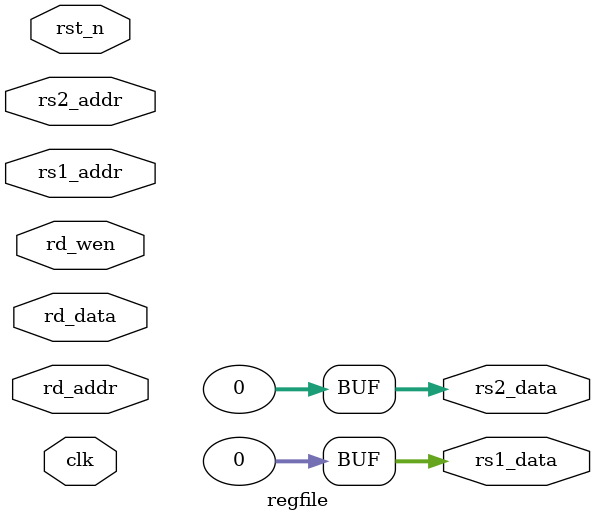
<source format=v>
/**
 * @file regfile.v
 * @brief RISC-V Register File (32 registers, x0 = 0)
 *
 * The register file provides:
 * - 32 general-purpose registers (x0-x31)
 * - x0 is hardwired to 0 (reads always return 0, writes are ignored)
 * - Two read ports (for rs1, rs2)
 * - One write port (for rd)
 * - Synchronous writes, combinational reads
 *
 * This is typically the FIRST module you implement because:
 * - It's simple and self-contained
 * - Easy to test
 * - No dependencies on other modules
 * - Required by almost every instruction
 *
 * @author Custom RISC-V Core Team
 * @date 2025-12-03
 */

module regfile (
    input  wire        clk,
    input  wire        rst_n,

    // Read port 1 (rs1)
    input  wire [4:0]  rs1_addr,   // Register address to read
    output wire [31:0] rs1_data,   // Data read from register

    // Read port 2 (rs2)
    input  wire [4:0]  rs2_addr,   // Register address to read
    output wire [31:0] rs2_data,   // Data read from register

    // Write port (rd)
    input  wire [4:0]  rd_addr,    // Register address to write
    input  wire [31:0] rd_data,    // Data to write
    input  wire        rd_wen      // Write enable (1=write, 0=no write)
);

    //==========================================================================
    // Register Array
    //==========================================================================

    /**
     * Array of 32 registers (x0-x31)
     *
     * IMPORTANT: x0 is special!
     * - Always reads as 0
     * - Writes to x0 are ignored
     *
     * We only need to store x1-x31 (31 registers)
     * x0 is handled specially in the read logic
     */

    reg [31:0] registers [1:31];  // x1 to x31 (x0 not stored)

    //==========================================================================
    // Write Logic (Synchronous)
    //==========================================================================

    /**
     * TODO: Implement write logic
     *
     * On rising edge of clk:
     * - If rd_wen is 1 and rd_addr != 0:
     *   * Write rd_data to registers[rd_addr]
     * - If rd_addr == 0:
     *   * Ignore write (x0 is always 0)
     */

    integer i;
    always @(posedge clk or negedge rst_n) begin
        if (!rst_n) begin
            // Reset all registers to 0
            for (i = 1; i < 32; i = i + 1) begin
                registers[i] <= 32'h0;
            end
        end else begin
            // TODO: Implement write logic here
            // Hint: Check rd_wen and rd_addr
        end
    end

    //==========================================================================
    // Read Logic (Combinational)
    //==========================================================================

    /**
     * TODO: Implement read logic
     *
     * rs1_data should be:
     * - 0 if rs1_addr == 0
     * - registers[rs1_addr] otherwise
     *
     * Same for rs2_data
     */

    assign rs1_data = 32'h0;  // TODO: Implement
    assign rs2_data = 32'h0;  // TODO: Implement

    //==========================================================================
    // IMPLEMENTATION HINTS
    //==========================================================================

    /**
     * WRITE LOGIC HINT:
     *
     * always @(posedge clk or negedge rst_n) begin
     *     if (!rst_n) begin
     *         // Reset
     *     end else if (rd_wen && (rd_addr != 5'd0)) begin
     *         registers[rd_addr] <= rd_data;
     *     end
     * end
     */

    /**
     * READ LOGIC HINT:
     *
     * assign rs1_data = (rs1_addr == 5'd0) ? 32'h0 : registers[rs1_addr];
     * assign rs2_data = (rs2_addr == 5'd0) ? 32'h0 : registers[rs2_addr];
     */

    /**
     * TESTING:
     *
     * 1. Write some values to different registers
     * 2. Read them back and verify
     * 3. Try writing to x0 and verify it stays 0
     * 4. Try reading x0 and verify it returns 0
     *
     * Example testbench:
     *   rd_addr = 5; rd_data = 32'hDEADBEEF; rd_wen = 1; // Write to x5
     *   @(posedge clk);
     *   rd_wen = 0;
     *   rs1_addr = 5; // Read x5
     *   // Verify rs1_data == 32'hDEADBEEF
     */

endmodule

</source>
